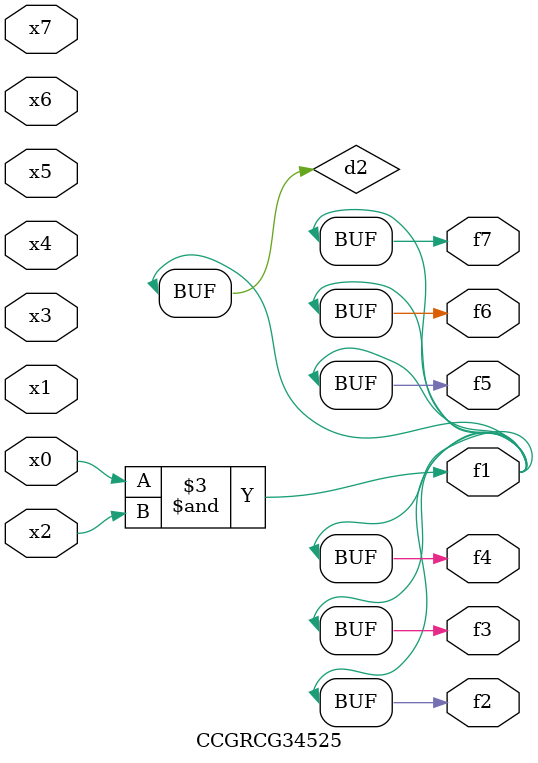
<source format=v>
module CCGRCG34525(
	input x0, x1, x2, x3, x4, x5, x6, x7,
	output f1, f2, f3, f4, f5, f6, f7
);

	wire d1, d2;

	nor (d1, x3, x6);
	and (d2, x0, x2);
	assign f1 = d2;
	assign f2 = d2;
	assign f3 = d2;
	assign f4 = d2;
	assign f5 = d2;
	assign f6 = d2;
	assign f7 = d2;
endmodule

</source>
